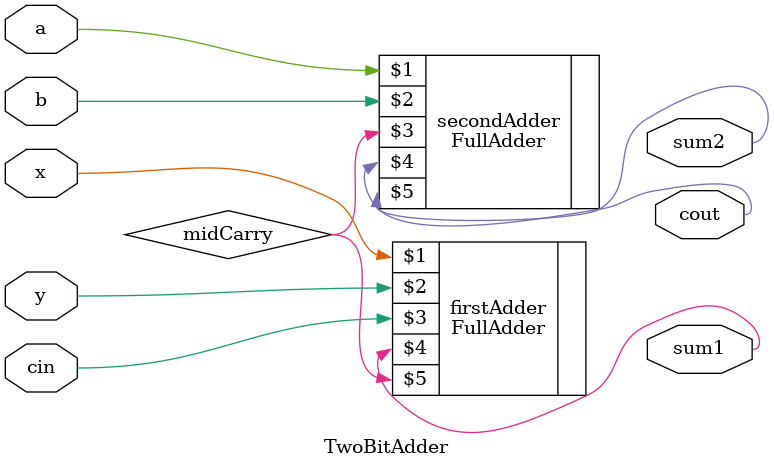
<source format=sv>
`timescale 1ns / 1ps


module TwoBitAdder(
    input logic x, y, a, b, cin,
    output logic sum1, sum2, cout 
    );
    
    logic midCarry;
    FullAdder firstAdder (x, y, cin, sum1, midCarry);
    FullAdder secondAdder (a, b, midCarry, sum2, cout); 
endmodule

</source>
